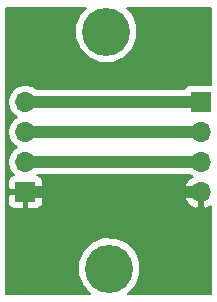
<source format=gbl>
G04 #@! TF.FileFunction,Copper,L2,Bot,Signal*
%FSLAX46Y46*%
G04 Gerber Fmt 4.6, Leading zero omitted, Abs format (unit mm)*
G04 Created by KiCad (PCBNEW 4.0.7) date 03/06/18 22:45:02*
%MOMM*%
%LPD*%
G01*
G04 APERTURE LIST*
%ADD10C,0.100000*%
%ADD11R,1.700000X1.700000*%
%ADD12O,1.700000X1.700000*%
%ADD13C,4.064000*%
%ADD14C,1.000000*%
%ADD15C,0.200000*%
G04 APERTURE END LIST*
D10*
D11*
X154051000Y-94488000D03*
D12*
X154051000Y-97028000D03*
X154051000Y-99568000D03*
X154051000Y-102108000D03*
D11*
X139192000Y-102108000D03*
D12*
X139192000Y-99568000D03*
X139192000Y-97028000D03*
X139192000Y-94488000D03*
D13*
X146050000Y-88519000D03*
X146304000Y-108585000D03*
D14*
X154051000Y-94488000D02*
X139192000Y-94488000D01*
X139192000Y-97028000D02*
X154051000Y-97028000D01*
X154051000Y-99568000D02*
X139192000Y-99568000D01*
X139192000Y-102108000D02*
X154051000Y-102108000D01*
D15*
G36*
X143820000Y-87026145D02*
X143418458Y-87993166D01*
X143417544Y-89040240D01*
X143817398Y-90007961D01*
X144557145Y-90749000D01*
X145524166Y-91150542D01*
X146571240Y-91151456D01*
X147538961Y-90751602D01*
X148280000Y-90011855D01*
X148681542Y-89044834D01*
X148682456Y-87997760D01*
X148282602Y-87030039D01*
X147780440Y-86527000D01*
X154900000Y-86527000D01*
X154900000Y-93026246D01*
X153201000Y-93026246D01*
X152978654Y-93068083D01*
X152774442Y-93199490D01*
X152645638Y-93388000D01*
X140133923Y-93388000D01*
X139775298Y-93148375D01*
X139220407Y-93038000D01*
X139163593Y-93038000D01*
X138608702Y-93148375D01*
X138138288Y-93462695D01*
X137823968Y-93933109D01*
X137713593Y-94488000D01*
X137823968Y-95042891D01*
X138138288Y-95513305D01*
X138504501Y-95758000D01*
X138138288Y-96002695D01*
X137823968Y-96473109D01*
X137713593Y-97028000D01*
X137823968Y-97582891D01*
X138138288Y-98053305D01*
X138504501Y-98298000D01*
X138138288Y-98542695D01*
X137823968Y-99013109D01*
X137713593Y-99568000D01*
X137823968Y-100122891D01*
X138138288Y-100593305D01*
X138223138Y-100650000D01*
X138221061Y-100650000D01*
X137997595Y-100742563D01*
X137826562Y-100913596D01*
X137734000Y-101137062D01*
X137734000Y-101802000D01*
X137886000Y-101954000D01*
X139038000Y-101954000D01*
X139038000Y-101934000D01*
X139346000Y-101934000D01*
X139346000Y-101954000D01*
X140498000Y-101954000D01*
X140650000Y-101802000D01*
X140650000Y-101137062D01*
X140557438Y-100913596D01*
X140386405Y-100742563D01*
X140206395Y-100668000D01*
X153109077Y-100668000D01*
X153376132Y-100846440D01*
X153162146Y-100952259D01*
X152787523Y-101380384D01*
X152643097Y-101729090D01*
X152754111Y-101954000D01*
X153897000Y-101954000D01*
X153897000Y-101934000D01*
X154205000Y-101934000D01*
X154205000Y-101954000D01*
X154225000Y-101954000D01*
X154225000Y-102262000D01*
X154205000Y-102262000D01*
X154205000Y-103405856D01*
X154429911Y-103515915D01*
X154900000Y-103283449D01*
X154900000Y-110704000D01*
X147906761Y-110704000D01*
X148534000Y-110077855D01*
X148935542Y-109110834D01*
X148936456Y-108063760D01*
X148536602Y-107096039D01*
X147796855Y-106355000D01*
X146829834Y-105953458D01*
X145782760Y-105952544D01*
X144815039Y-106352398D01*
X144074000Y-107092145D01*
X143672458Y-108059166D01*
X143671544Y-109106240D01*
X144071398Y-110073961D01*
X144700339Y-110704000D01*
X137581000Y-110704000D01*
X137581000Y-102414000D01*
X137734000Y-102414000D01*
X137734000Y-103078938D01*
X137826562Y-103302404D01*
X137997595Y-103473437D01*
X138221061Y-103566000D01*
X138886000Y-103566000D01*
X139038000Y-103414000D01*
X139038000Y-102262000D01*
X139346000Y-102262000D01*
X139346000Y-103414000D01*
X139498000Y-103566000D01*
X140162939Y-103566000D01*
X140386405Y-103473437D01*
X140557438Y-103302404D01*
X140650000Y-103078938D01*
X140650000Y-102486910D01*
X152643097Y-102486910D01*
X152787523Y-102835616D01*
X153162146Y-103263741D01*
X153672089Y-103515915D01*
X153897000Y-103405856D01*
X153897000Y-102262000D01*
X152754111Y-102262000D01*
X152643097Y-102486910D01*
X140650000Y-102486910D01*
X140650000Y-102414000D01*
X140498000Y-102262000D01*
X139346000Y-102262000D01*
X139038000Y-102262000D01*
X137886000Y-102262000D01*
X137734000Y-102414000D01*
X137581000Y-102414000D01*
X137581000Y-86527000D01*
X144320017Y-86527000D01*
X143820000Y-87026145D01*
X143820000Y-87026145D01*
G37*
X143820000Y-87026145D02*
X143418458Y-87993166D01*
X143417544Y-89040240D01*
X143817398Y-90007961D01*
X144557145Y-90749000D01*
X145524166Y-91150542D01*
X146571240Y-91151456D01*
X147538961Y-90751602D01*
X148280000Y-90011855D01*
X148681542Y-89044834D01*
X148682456Y-87997760D01*
X148282602Y-87030039D01*
X147780440Y-86527000D01*
X154900000Y-86527000D01*
X154900000Y-93026246D01*
X153201000Y-93026246D01*
X152978654Y-93068083D01*
X152774442Y-93199490D01*
X152645638Y-93388000D01*
X140133923Y-93388000D01*
X139775298Y-93148375D01*
X139220407Y-93038000D01*
X139163593Y-93038000D01*
X138608702Y-93148375D01*
X138138288Y-93462695D01*
X137823968Y-93933109D01*
X137713593Y-94488000D01*
X137823968Y-95042891D01*
X138138288Y-95513305D01*
X138504501Y-95758000D01*
X138138288Y-96002695D01*
X137823968Y-96473109D01*
X137713593Y-97028000D01*
X137823968Y-97582891D01*
X138138288Y-98053305D01*
X138504501Y-98298000D01*
X138138288Y-98542695D01*
X137823968Y-99013109D01*
X137713593Y-99568000D01*
X137823968Y-100122891D01*
X138138288Y-100593305D01*
X138223138Y-100650000D01*
X138221061Y-100650000D01*
X137997595Y-100742563D01*
X137826562Y-100913596D01*
X137734000Y-101137062D01*
X137734000Y-101802000D01*
X137886000Y-101954000D01*
X139038000Y-101954000D01*
X139038000Y-101934000D01*
X139346000Y-101934000D01*
X139346000Y-101954000D01*
X140498000Y-101954000D01*
X140650000Y-101802000D01*
X140650000Y-101137062D01*
X140557438Y-100913596D01*
X140386405Y-100742563D01*
X140206395Y-100668000D01*
X153109077Y-100668000D01*
X153376132Y-100846440D01*
X153162146Y-100952259D01*
X152787523Y-101380384D01*
X152643097Y-101729090D01*
X152754111Y-101954000D01*
X153897000Y-101954000D01*
X153897000Y-101934000D01*
X154205000Y-101934000D01*
X154205000Y-101954000D01*
X154225000Y-101954000D01*
X154225000Y-102262000D01*
X154205000Y-102262000D01*
X154205000Y-103405856D01*
X154429911Y-103515915D01*
X154900000Y-103283449D01*
X154900000Y-110704000D01*
X147906761Y-110704000D01*
X148534000Y-110077855D01*
X148935542Y-109110834D01*
X148936456Y-108063760D01*
X148536602Y-107096039D01*
X147796855Y-106355000D01*
X146829834Y-105953458D01*
X145782760Y-105952544D01*
X144815039Y-106352398D01*
X144074000Y-107092145D01*
X143672458Y-108059166D01*
X143671544Y-109106240D01*
X144071398Y-110073961D01*
X144700339Y-110704000D01*
X137581000Y-110704000D01*
X137581000Y-102414000D01*
X137734000Y-102414000D01*
X137734000Y-103078938D01*
X137826562Y-103302404D01*
X137997595Y-103473437D01*
X138221061Y-103566000D01*
X138886000Y-103566000D01*
X139038000Y-103414000D01*
X139038000Y-102262000D01*
X139346000Y-102262000D01*
X139346000Y-103414000D01*
X139498000Y-103566000D01*
X140162939Y-103566000D01*
X140386405Y-103473437D01*
X140557438Y-103302404D01*
X140650000Y-103078938D01*
X140650000Y-102486910D01*
X152643097Y-102486910D01*
X152787523Y-102835616D01*
X153162146Y-103263741D01*
X153672089Y-103515915D01*
X153897000Y-103405856D01*
X153897000Y-102262000D01*
X152754111Y-102262000D01*
X152643097Y-102486910D01*
X140650000Y-102486910D01*
X140650000Y-102414000D01*
X140498000Y-102262000D01*
X139346000Y-102262000D01*
X139038000Y-102262000D01*
X137886000Y-102262000D01*
X137734000Y-102414000D01*
X137581000Y-102414000D01*
X137581000Y-86527000D01*
X144320017Y-86527000D01*
X143820000Y-87026145D01*
M02*

</source>
